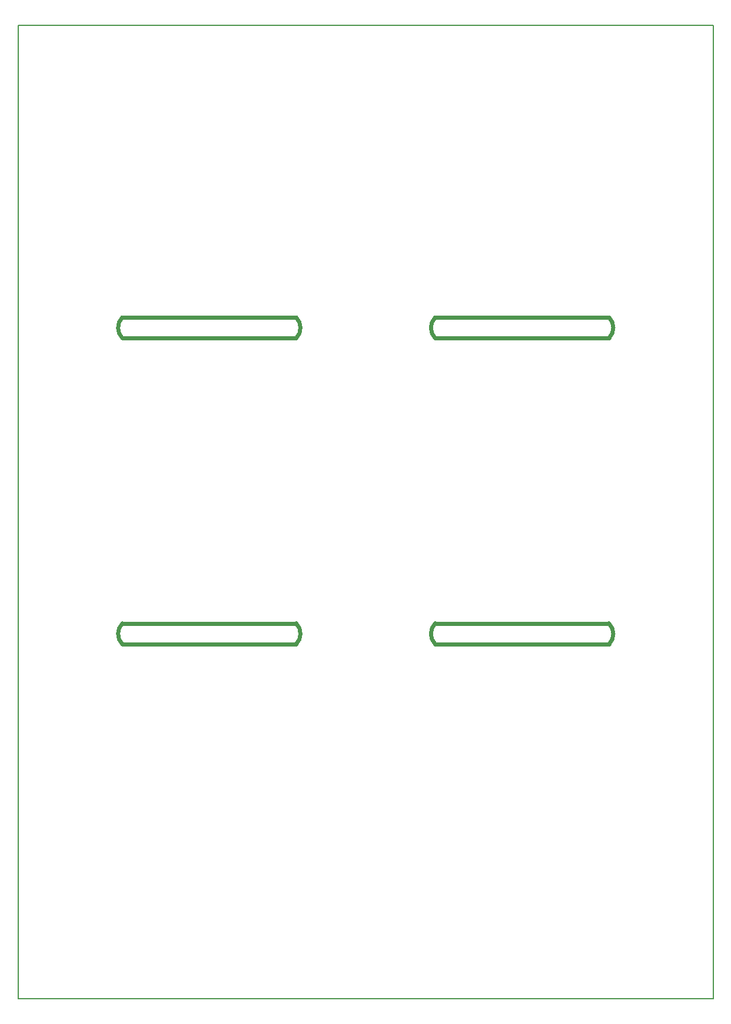
<source format=gko>
G04*
G04 #@! TF.GenerationSoftware,Altium Limited,Altium Designer,20.0.13 (296)*
G04*
G04 Layer_Color=16711935*
%FSLAX25Y25*%
%MOIN*%
G70*
G01*
G75*
%ADD65C,0.02362*%
%ADD66C,0.00787*%
D65*
X236221Y385827D02*
G03*
X236221Y374016I5906J-5906D01*
G01*
X334646D02*
G03*
X334646Y385827I-5906J5906D01*
G01*
X59055D02*
G03*
X59055Y374016I5906J-5906D01*
G01*
X157480D02*
G03*
X157480Y385827I-5906J5906D01*
G01*
X236221Y212598D02*
G03*
X236221Y200787I5906J-5906D01*
G01*
X334646D02*
G03*
X334646Y212598I-5906J5906D01*
G01*
X157480Y200787D02*
G03*
X157480Y212598I-5906J5906D01*
G01*
X59055D02*
G03*
X59055Y200787I5906J-5906D01*
G01*
X236221Y385827D02*
X334646D01*
X236221Y374016D02*
X334646D01*
X59055Y385827D02*
X157480D01*
X59055Y374016D02*
X157480D01*
X236221Y212598D02*
X334646D01*
X236221Y200787D02*
X334646D01*
X59055D02*
X157480D01*
X59055Y212598D02*
X157480D01*
D66*
X0Y0D02*
X393701D01*
Y551181D01*
X0D02*
X393701D01*
X0Y0D02*
Y551181D01*
M02*

</source>
